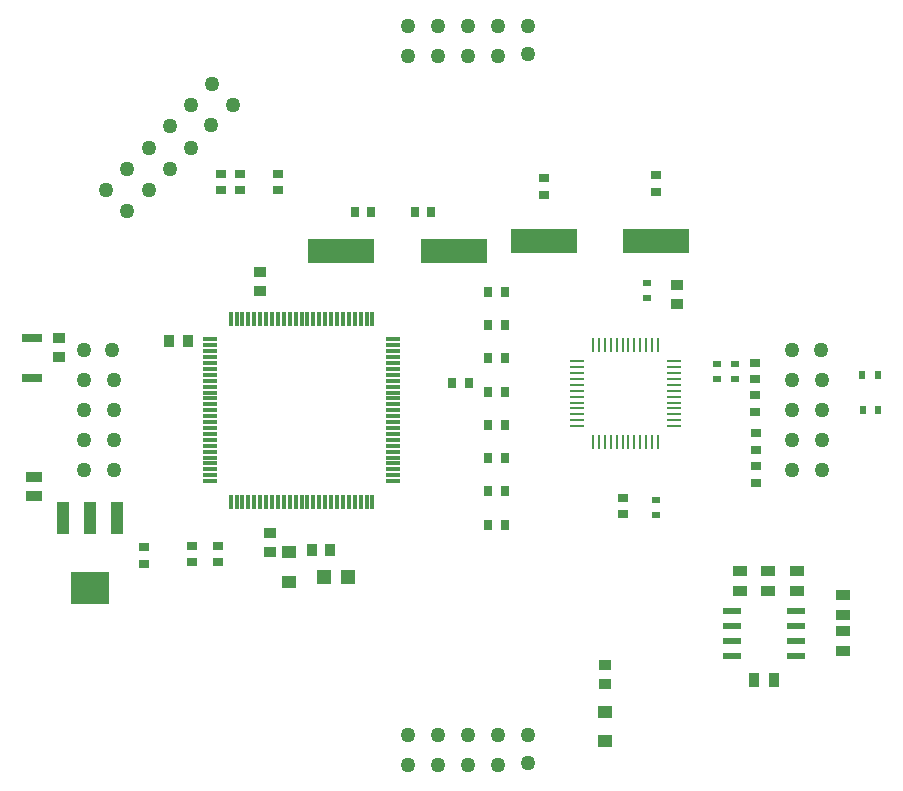
<source format=gbr>
%TF.GenerationSoftware,Altium Limited,Altium Designer,18.1.6 (161)*%
G04 Layer_Color=255*
%FSLAX26Y26*%
%MOIN*%
%TF.FileFunction,Pads,Top*%
%TF.Part,Single*%
G01*
G75*
%TA.AperFunction,SMDPad,CuDef*%
%ADD11R,0.027559X0.035433*%
%ADD12R,0.031496X0.023622*%
%ADD13R,0.039370X0.035433*%
%ADD14R,0.023622X0.031496*%
%ADD15R,0.049213X0.043307*%
%ADD16R,0.053150X0.037402*%
%ADD17R,0.035433X0.039370*%
%ADD18R,0.047244X0.047244*%
%ADD19R,0.033465X0.051181*%
%ADD20R,0.051181X0.033465*%
%ADD21R,0.059843X0.023622*%
%ADD22R,0.035433X0.027559*%
%ADD23R,0.220472X0.082677*%
%ADD24R,0.039370X0.106299*%
%ADD25R,0.129921X0.106299*%
%ADD26R,0.011811X0.047244*%
%ADD27R,0.047244X0.011811*%
%ADD28R,0.066929X0.031496*%
G04:AMPARAMS|DCode=29|XSize=9.842mil|YSize=49.213mil|CornerRadius=1.968mil|HoleSize=0mil|Usage=FLASHONLY|Rotation=90.000|XOffset=0mil|YOffset=0mil|HoleType=Round|Shape=RoundedRectangle|*
%AMROUNDEDRECTD29*
21,1,0.009842,0.045276,0,0,90.0*
21,1,0.005906,0.049213,0,0,90.0*
1,1,0.003937,0.022638,0.002953*
1,1,0.003937,0.022638,-0.002953*
1,1,0.003937,-0.022638,-0.002953*
1,1,0.003937,-0.022638,0.002953*
%
%ADD29ROUNDEDRECTD29*%
G04:AMPARAMS|DCode=30|XSize=9.842mil|YSize=49.213mil|CornerRadius=1.968mil|HoleSize=0mil|Usage=FLASHONLY|Rotation=180.000|XOffset=0mil|YOffset=0mil|HoleType=Round|Shape=RoundedRectangle|*
%AMROUNDEDRECTD30*
21,1,0.009842,0.045276,0,0,180.0*
21,1,0.005906,0.049213,0,0,180.0*
1,1,0.003937,-0.002953,0.022638*
1,1,0.003937,0.002953,0.022638*
1,1,0.003937,0.002953,-0.022638*
1,1,0.003937,-0.002953,-0.022638*
%
%ADD30ROUNDEDRECTD30*%
%TA.AperFunction,ComponentPad*%
%ADD34C,0.050000*%
D11*
X3152559Y3240000D02*
D03*
X3097441D02*
D03*
X3272559Y2768386D02*
D03*
X3217441D02*
D03*
X3272559Y2879331D02*
D03*
X3217441D02*
D03*
X3272559Y2990275D02*
D03*
X3217441D02*
D03*
X3272559Y3101220D02*
D03*
X3217441D02*
D03*
X3272559Y3212165D02*
D03*
X3217441D02*
D03*
X3272559Y3323110D02*
D03*
X3217441D02*
D03*
X3272559Y3545000D02*
D03*
X3217441D02*
D03*
X3272559Y3434055D02*
D03*
X3217441D02*
D03*
X2972441Y3810000D02*
D03*
X3027559D02*
D03*
X2827559Y3810000D02*
D03*
X2772441D02*
D03*
D12*
X3745000Y3575590D02*
D03*
Y3524409D02*
D03*
X4040000Y3254409D02*
D03*
Y3305590D02*
D03*
X3980000Y3254409D02*
D03*
Y3305590D02*
D03*
X3775000Y2850591D02*
D03*
Y2799410D02*
D03*
D13*
X3845000Y3503504D02*
D03*
Y3566496D02*
D03*
X3606102Y2238504D02*
D03*
Y2301496D02*
D03*
X2490000Y2740000D02*
D03*
Y2677008D02*
D03*
X1785000Y3328504D02*
D03*
Y3391496D02*
D03*
X2455000Y3611496D02*
D03*
Y3548504D02*
D03*
D14*
X4515591Y3267716D02*
D03*
X4464409D02*
D03*
X4516181Y3149606D02*
D03*
X4465000D02*
D03*
D15*
X3605000Y2045787D02*
D03*
Y2144213D02*
D03*
X2554291Y2578307D02*
D03*
Y2676732D02*
D03*
D16*
X1703543Y2926496D02*
D03*
Y2863504D02*
D03*
D17*
X2628504Y2685000D02*
D03*
X2691496D02*
D03*
X2153504Y3380000D02*
D03*
X2216496D02*
D03*
D18*
X2751339Y2595000D02*
D03*
X2668661D02*
D03*
D19*
X4101535Y2250000D02*
D03*
X4168465D02*
D03*
D20*
X4400000Y2466535D02*
D03*
Y2533465D02*
D03*
Y2346535D02*
D03*
Y2413465D02*
D03*
X4055000Y2613464D02*
D03*
Y2546535D02*
D03*
X4150000Y2613465D02*
D03*
Y2546535D02*
D03*
X4245000Y2613465D02*
D03*
Y2546535D02*
D03*
D21*
X4244370Y2330000D02*
D03*
Y2380000D02*
D03*
Y2430000D02*
D03*
Y2480000D02*
D03*
X4028622Y2330000D02*
D03*
Y2380000D02*
D03*
Y2430000D02*
D03*
Y2480000D02*
D03*
D22*
X3665157Y2857559D02*
D03*
Y2802441D02*
D03*
X2070000Y2637441D02*
D03*
Y2692559D02*
D03*
X2390000Y3937559D02*
D03*
Y3882441D02*
D03*
X2516260Y3937559D02*
D03*
Y3882441D02*
D03*
X2315000Y2697559D02*
D03*
Y2642441D02*
D03*
X2230000Y2697559D02*
D03*
Y2642441D02*
D03*
X4105000Y3307559D02*
D03*
Y3252441D02*
D03*
X4110000Y3072559D02*
D03*
Y3017441D02*
D03*
X4110000Y2907441D02*
D03*
Y2962559D02*
D03*
X4105000Y3144882D02*
D03*
Y3200000D02*
D03*
X2325000Y3882441D02*
D03*
Y3937559D02*
D03*
X3402992Y3922559D02*
D03*
Y3867441D02*
D03*
X3775000Y3932559D02*
D03*
Y3877441D02*
D03*
D23*
X3102008Y3680000D02*
D03*
X2727992D02*
D03*
X3402992Y3715000D02*
D03*
X3777008D02*
D03*
D24*
X1980551Y2791142D02*
D03*
X1890000D02*
D03*
X1799449D02*
D03*
D25*
X1890000Y2558858D02*
D03*
D26*
X2831220Y3454803D02*
D03*
X2811535D02*
D03*
X2791850D02*
D03*
X2772165D02*
D03*
X2752480D02*
D03*
X2732795D02*
D03*
X2713110D02*
D03*
X2693425D02*
D03*
X2673740D02*
D03*
X2654055D02*
D03*
X2634370D02*
D03*
X2614685D02*
D03*
X2595000D02*
D03*
X2575315D02*
D03*
X2555630D02*
D03*
X2535945D02*
D03*
X2516260D02*
D03*
X2496575D02*
D03*
X2476890D02*
D03*
X2457205D02*
D03*
X2437520D02*
D03*
X2417835D02*
D03*
X2398150D02*
D03*
X2378465D02*
D03*
X2358780D02*
D03*
Y2844567D02*
D03*
X2378465D02*
D03*
X2398150D02*
D03*
X2417835D02*
D03*
X2437520D02*
D03*
X2457205D02*
D03*
X2476890D02*
D03*
X2496575D02*
D03*
X2516260D02*
D03*
X2535945D02*
D03*
X2555630D02*
D03*
X2575315D02*
D03*
X2595000D02*
D03*
X2614685D02*
D03*
X2634370D02*
D03*
X2654055D02*
D03*
X2673740D02*
D03*
X2693425D02*
D03*
X2713110D02*
D03*
X2732795D02*
D03*
X2752480D02*
D03*
X2772165D02*
D03*
X2791850D02*
D03*
X2811535D02*
D03*
X2831220D02*
D03*
D27*
X2289882Y3385905D02*
D03*
Y3366220D02*
D03*
Y3346535D02*
D03*
Y3326850D02*
D03*
Y3307165D02*
D03*
Y3287480D02*
D03*
Y3267795D02*
D03*
Y3248110D02*
D03*
Y3228425D02*
D03*
Y3208740D02*
D03*
Y3189055D02*
D03*
Y3169370D02*
D03*
Y3149685D02*
D03*
Y3130000D02*
D03*
Y3110315D02*
D03*
Y3090630D02*
D03*
Y3070945D02*
D03*
Y3051260D02*
D03*
Y3031575D02*
D03*
Y3011890D02*
D03*
Y2992205D02*
D03*
Y2972520D02*
D03*
Y2952835D02*
D03*
Y2933150D02*
D03*
Y2913465D02*
D03*
X2900118D02*
D03*
Y2933150D02*
D03*
Y2952835D02*
D03*
Y2972520D02*
D03*
Y2992205D02*
D03*
Y3011890D02*
D03*
Y3031575D02*
D03*
Y3051260D02*
D03*
Y3070945D02*
D03*
Y3090630D02*
D03*
Y3110315D02*
D03*
Y3130000D02*
D03*
Y3149685D02*
D03*
Y3169370D02*
D03*
Y3189055D02*
D03*
Y3208740D02*
D03*
Y3228425D02*
D03*
Y3248110D02*
D03*
Y3267795D02*
D03*
Y3287480D02*
D03*
Y3307165D02*
D03*
Y3326850D02*
D03*
Y3346535D02*
D03*
Y3366220D02*
D03*
Y3385905D02*
D03*
D28*
X1695000Y3390039D02*
D03*
Y3256181D02*
D03*
D29*
X3512441Y3096732D02*
D03*
Y3116417D02*
D03*
Y3136102D02*
D03*
Y3155787D02*
D03*
Y3175472D02*
D03*
Y3195157D02*
D03*
Y3214843D02*
D03*
Y3234528D02*
D03*
Y3254213D02*
D03*
Y3273898D02*
D03*
Y3293583D02*
D03*
Y3313268D02*
D03*
X3837244D02*
D03*
Y3293583D02*
D03*
Y3273898D02*
D03*
Y3254213D02*
D03*
Y3234528D02*
D03*
Y3214843D02*
D03*
Y3195157D02*
D03*
Y3175472D02*
D03*
Y3155787D02*
D03*
Y3136102D02*
D03*
Y3116417D02*
D03*
Y3096732D02*
D03*
D30*
X3566575Y3367401D02*
D03*
X3586260D02*
D03*
X3605945D02*
D03*
X3625630D02*
D03*
X3645315D02*
D03*
X3665000D02*
D03*
X3684685D02*
D03*
X3704370D02*
D03*
X3724055D02*
D03*
X3743740D02*
D03*
X3763425D02*
D03*
X3783110D02*
D03*
Y3042598D02*
D03*
X3763425D02*
D03*
X3743740D02*
D03*
X3724055D02*
D03*
X3704370D02*
D03*
X3684685D02*
D03*
X3665000D02*
D03*
X3645315D02*
D03*
X3625630D02*
D03*
X3605945D02*
D03*
X3586260D02*
D03*
X3566575D02*
D03*
D34*
X2297132Y4237132D02*
D03*
X2367843Y4166421D02*
D03*
X2014289Y3812868D02*
D03*
X2085000Y3883579D02*
D03*
X2155711Y3954289D02*
D03*
X2226421Y4025000D02*
D03*
X2293597Y4099246D02*
D03*
X2226421Y4166421D02*
D03*
X2155711Y4095711D02*
D03*
X2085000Y4025000D02*
D03*
X2014289Y3954289D02*
D03*
X1943579Y3883579D02*
D03*
X2949606Y4330709D02*
D03*
X3049606D02*
D03*
X3149606D02*
D03*
X3249606D02*
D03*
X3349606Y4335709D02*
D03*
Y4430709D02*
D03*
X3249606D02*
D03*
X3149606D02*
D03*
X3049606D02*
D03*
X2949606D02*
D03*
X1868504Y2949606D02*
D03*
Y3049606D02*
D03*
Y3149606D02*
D03*
Y3249606D02*
D03*
Y3349606D02*
D03*
X1963504D02*
D03*
X1968504Y3249606D02*
D03*
Y3149606D02*
D03*
Y3049606D02*
D03*
Y2949606D02*
D03*
X2949606Y1968504D02*
D03*
X3049606D02*
D03*
X3149606D02*
D03*
X3249606D02*
D03*
X3349606Y1973504D02*
D03*
Y2068504D02*
D03*
X3249606D02*
D03*
X3149606D02*
D03*
X3049606D02*
D03*
X2949606D02*
D03*
X4230709Y2949606D02*
D03*
Y3049606D02*
D03*
Y3149606D02*
D03*
Y3249606D02*
D03*
Y3349606D02*
D03*
X4325709D02*
D03*
X4330709Y3249606D02*
D03*
Y3149606D02*
D03*
Y3049606D02*
D03*
Y2949606D02*
D03*
%TF.MD5,f44301d592f0cb54b96a0f76a95b461f*%
M02*

</source>
